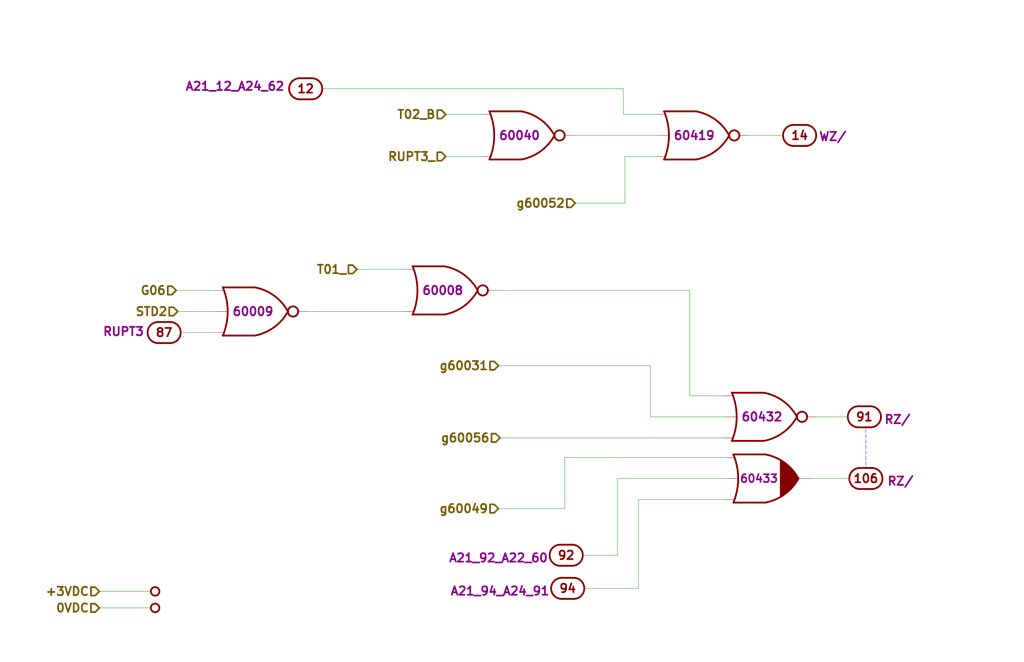
<source format=kicad_sch>
(kicad_sch (version 20211123) (generator eeschema)
  (paper "B")
  (title_block (title "BLOCK I LOGIC FLOW S, MODULE A21, DRAWING 1006556") (date "2018-11-25") (rev "Draft") (comment 1 "Modules A21"))
  (polyline (pts (xy 365.125 180.975) (xy 365.125 197.485)))
  (wire (pts (xy 260.35 201.93) (xy 306.705 201.93)))
  (wire (pts (xy 290.83 167.005) (xy 290.83 122.555)))
  (wire (pts (xy 274.32 175.895) (xy 306.07 175.895)))
  (wire (pts (xy 187.96 66.04) (xy 203.2 66.04)))
  (wire (pts (xy 241.935 57.15) (xy 277.495 57.15)))
  (wire (pts (xy 263.525 85.725) (xy 242.57 85.725)))
  (wire (pts (xy 129.54 131.445) (xy 170.815 131.445)))
  (wire (pts (xy 262.89 48.26) (xy 262.89 37.465)))
  (wire (pts (xy 91.44 131.445) (xy 74.93 131.445)))
  (wire (pts (xy 276.86 48.26) (xy 262.89 48.26)))
  (wire (pts (xy 260.35 234.315) (xy 260.35 201.93)))
  (wire (pts (xy 238.125 193.04) (xy 238.125 214.63)))
  (wire (pts (xy 290.83 122.555) (xy 209.55 122.555)))
  (wire (pts (xy 203.2 48.26) (xy 187.96 48.26)))
  (wire (pts (xy 41.91 256.54) (xy 63.5 256.54)))
  (wire (pts (xy 305.435 167.005) (xy 290.83 167.005)))
  (wire (pts (xy 274.32 154.305) (xy 274.32 175.895)))
  (wire (pts (xy 342.265 201.93) (xy 358.14 201.93)))
  (wire (pts (xy 246.38 248.285) (xy 269.24 248.285)))
  (wire (pts (xy 90.805 122.555) (xy 74.295 122.555)))
  (wire (pts (xy 269.24 248.285) (xy 269.24 210.82)))
  (wire (pts (xy 90.805 140.335) (xy 76.2 140.335)))
  (wire (pts (xy 238.125 214.63) (xy 210.185 214.63)))
  (wire (pts (xy 315.595 57.15) (xy 330.2 57.15)))
  (wire (pts (xy 263.525 66.04) (xy 263.525 85.725)))
  (wire (pts (xy 269.24 210.82) (xy 306.07 210.82)))
  (wire (pts (xy 245.745 234.315) (xy 260.35 234.315)))
  (wire (pts (xy 344.17 175.895) (xy 357.505 175.895)))
  (wire (pts (xy 262.89 37.465) (xy 135.89 37.465)))
  (wire (pts (xy 210.82 184.785) (xy 305.435 184.785)))
  (wire (pts (xy 210.185 154.305) (xy 274.32 154.305)))
  (wire (pts (xy 276.86 66.04) (xy 263.525 66.04)))
  (wire (pts (xy 41.91 249.555) (xy 63.5 249.555)))
  (wire (pts (xy 306.07 193.04) (xy 238.125 193.04)))
  (wire (pts (xy 150.495 113.665) (xy 170.815 113.665)))
  (hierarchical_label "g60031" (shape input) (at 210.185 154.305 180) (effects (font (size 3.556 3.556) (thickness 0.7112) bold)))
  (hierarchical_label "STD2" (shape input) (at 74.93 131.445 180) (effects (font (size 3.556 3.556) (thickness 0.7112) bold)))
  (hierarchical_label "g60049" (shape input) (at 210.185 214.63 180) (effects (font (size 3.556 3.556) (thickness 0.7112) bold)))
  (hierarchical_label "G06" (shape input) (at 74.295 122.555 180) (effects (font (size 3.556 3.556) (thickness 0.7112) bold)))
  (hierarchical_label "g60056" (shape input) (at 210.82 184.785 180) (effects (font (size 3.556 3.556) (thickness 0.7112) bold)))
  (hierarchical_label "T01_" (shape input) (at 150.495 113.665 180) (effects (font (size 3.556 3.556) (thickness 0.7112) bold)))
  (hierarchical_label "g60052" (shape input) (at 242.57 85.725 180) (effects (font (size 3.556 3.556) (thickness 0.7112) bold)))
  (hierarchical_label "+3VDC" (shape input) (at 41.91 249.555 180) (effects (font (size 3.556 3.556) (thickness 0.7112) bold)))
  (hierarchical_label "T02_B" (shape input) (at 187.96 48.26 180) (effects (font (size 3.556 3.556) (thickness 0.7112) bold)))
  (hierarchical_label "RUPT3_" (shape input) (at 187.96 66.04 180) (effects (font (size 3.556 3.556) (thickness 0.7112) bold)))
  (hierarchical_label "0VDC" (shape input) (at 41.91 256.54 180) (effects (font (size 3.556 3.556) (thickness 0.7112) bold)))
  (symbol (lib_id "AGC_DSKY:ConnectorGeneric") (at 69.215 140.335 0) (unit 87)
    (property "Reference" "J1" (effects hide))
    (property "Value" "ConnectorGeneric" (effects hide))
    (property "Caption" "RUPT3" (at 52.07 142.24 0) (effects (font (size 3.556 3.556) bold) (justify bottom)))
  )
  (symbol (lib_id "AGC_DSKY:ConnectorGeneric") (at 337.185 57.15 180) (unit 14)
    (property "Reference" "J1" (effects hide))
    (property "Value" "ConnectorGeneric" (effects hide))
    (property "Caption" "WZ/" (at 351.155 55.245 0) (effects (font (size 3.556 3.556) bold) (justify bottom)))
  )
  (symbol (lib_id "AGC_DSKY:ConnectorGeneric") (at 128.905 37.465 0) (unit 12)
    (property "Reference" "J1" (effects hide))
    (property "Value" "ConnectorGeneric" (effects hide))
    (property "Caption" "A21_12_A24_62" (at 99.06 38.735 0) (effects (font (size 3.556 3.556) bold) (justify bottom)))
  )
  (symbol (lib_id "AGC_DSKY:ConnectorGeneric") (at 365.125 201.93 180) (unit 106)
    (property "Reference" "J1" (effects hide))
    (property "Value" "ConnectorGeneric" (effects hide))
    (property "Caption" "RZ/" (at 379.73 200.66 0) (effects (font (size 3.556 3.556) bold) (justify bottom)))
  )
  (symbol (lib_id "AGC_DSKY:ConnectorGeneric") (at 364.49 175.895 180) (unit 91)
    (property "Reference" "J1" (effects hide))
    (property "Value" "ConnectorGeneric" (effects hide))
    (property "Caption" "RZ/" (at 378.46 174.625 0) (effects (font (size 3.556 3.556) bold) (justify bottom)))
  )
  (symbol (lib_id "D3NOR-+3VDC-0VDC-nd1021041:D3NOR-+3VDC-0VDC-nd1021041-1_5-___") (at 219.075 57.15 0) (unit 1)
    (property "Reference" "U1003" (effects hide))
    (property "Value" "D3NOR-+3VDC-0VDC-nd1021041-1_5-___" (effects hide))
    (property "Location" "60040" (at 219.075 57.15 0) (effects (font (size 3.556 3.556) bold)))
  )
  (symbol (lib_id "D3NOR-+3VDC-0VDC-nd1021041:D3NOR-+3VDC-0VDC-nd1021041-135-___") (at 106.68 131.445 0) (unit 1)
    (property "Reference" "U1001" (effects hide))
    (property "Value" "D3NOR-+3VDC-0VDC-nd1021041-135-___" (effects hide))
    (property "Location" "60009" (at 106.68 131.445 0) (effects (font (size 3.556 3.556) bold)))
  )
  (symbol (lib_id "D3NOR-+3VDC-0VDC-nd1021041:D3NOR-+3VDC-0VDC-nd1021041-1_5-___") (at 186.69 122.555 0) (unit 1)
    (property "Reference" "U1002" (effects hide))
    (property "Value" "D3NOR-+3VDC-0VDC-nd1021041-1_5-___" (effects hide))
    (property "Location" "60008" (at 186.69 122.555 0) (effects (font (size 3.556 3.556) bold)))
  )
  (symbol (lib_id "D3NOR-+3VDC-0VDC-nd1021041:D3NOR-+3VDC-0VDC-nd1021041-135-___") (at 292.735 57.15 0) (unit 1)
    (property "Reference" "U1004" (effects hide))
    (property "Value" "D3NOR-+3VDC-0VDC-nd1021041-135-___" (effects hide))
    (property "Location" "60419" (at 292.735 57.15 0) (effects (font (size 3.556 3.556) bold)))
  )
  (symbol (lib_id "D3NOR-+3VDC-0VDC-nd1021041:D3NOR-+3VDC-0VDC-nd1021041-135-___") (at 321.31 175.895 0) (unit 1)
    (property "Reference" "U1005" (effects hide))
    (property "Value" "D3NOR-+3VDC-0VDC-nd1021041-135-___" (effects hide))
    (property "Location" "60432" (at 321.31 175.895 0) (effects (font (size 3.556 3.556) bold)))
  )
  (symbol (lib_id "D3NOR-NC-0VDC-expander-nd1021041:D3NOR-NC-0VDC-expander-nd1021041-135-___") (at 321.945 201.93 0) (unit 1)
    (property "Reference" "U1006" (effects hide))
    (property "Value" "D3NOR-NC-0VDC-expander-nd1021041-135-___" (effects hide))
    (property "Location" "60433" (at 320.04 201.93 0) (effects (font (size 3.302 3.302) bold)))
  )
  (symbol (lib_id "AGC_DSKY:Node2") (at 65.405 249.555 180)
    (property "Reference" "N1001" (effects hide))
    (property "Value" "Node2" (effects hide))
    (property "Caption" "+3VDC" (effects hide))
  )
  (symbol (lib_id "AGC_DSKY:Node2") (at 65.405 256.54 180)
    (property "Reference" "N1002" (effects hide))
    (property "Value" "Node2" (effects hide))
    (property "Caption" "0VDC" (effects hide))
  )
  (symbol (lib_id "AGC_DSKY:ConnectorGeneric") (at 238.76 234.315 0) (mirror x) (unit 92)
    (property "Reference" "J1" (effects hide))
    (property "Value" "ConnectorGeneric" (effects hide))
    (property "Caption" "A21_92_A22_60" (at 210.185 233.045 0) (effects (font (size 3.556 3.556) bold) (justify bottom)))
  )
  (symbol (lib_id "AGC_DSKY:ConnectorGeneric") (at 239.395 248.285 0) (mirror x) (unit 94)
    (property "Reference" "J1" (effects hide))
    (property "Value" "ConnectorGeneric" (effects hide))
    (property "Caption" "A21_94_A24_91" (at 210.82 247.015 0) (effects (font (size 3.556 3.556) bold) (justify bottom)))
  )
)
</source>
